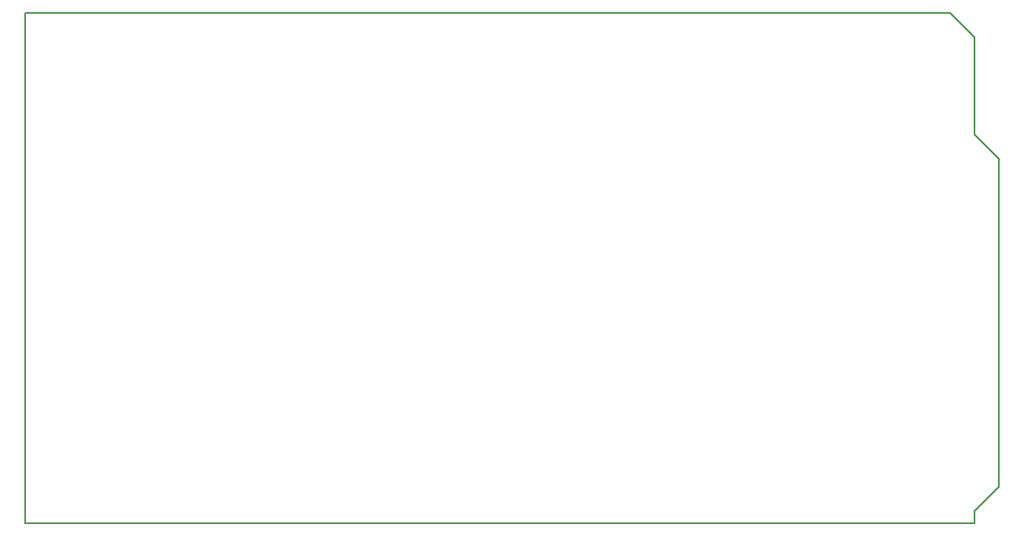
<source format=gbr>
G04 #@! TF.GenerationSoftware,KiCad,Pcbnew,6.0.0-unknown-90f06c5~86~ubuntu18.04.1*
G04 #@! TF.CreationDate,2019-08-27T17:16:46+12:00*
G04 #@! TF.ProjectId,flip-controller-pcb,666c6970-2d63-46f6-9e74-726f6c6c6572,rev?*
G04 #@! TF.SameCoordinates,Original*
G04 #@! TF.FileFunction,Profile,NP*
%FSLAX46Y46*%
G04 Gerber Fmt 4.6, Leading zero omitted, Abs format (unit mm)*
G04 Created by KiCad (PCBNEW 6.0.0-unknown-90f06c5~86~ubuntu18.04.1) date 2019-08-27 17:16:46*
%MOMM*%
%LPD*%
G04 APERTURE LIST*
%ADD10C,0.150000*%
G04 APERTURE END LIST*
D10*
X202438000Y-121666000D02*
X103378000Y-121666000D01*
X202438000Y-120396000D02*
X202438000Y-121666000D01*
X204978000Y-117856000D02*
X202438000Y-120396000D01*
X204978000Y-83566000D02*
X204978000Y-117856000D01*
X202438000Y-81026000D02*
X204978000Y-83566000D01*
X202438000Y-70866000D02*
X202438000Y-81026000D01*
X199898000Y-68326000D02*
X202438000Y-70866000D01*
X103378000Y-68326000D02*
X199898000Y-68326000D01*
X103378000Y-121666000D02*
X103378000Y-68326000D01*
M02*

</source>
